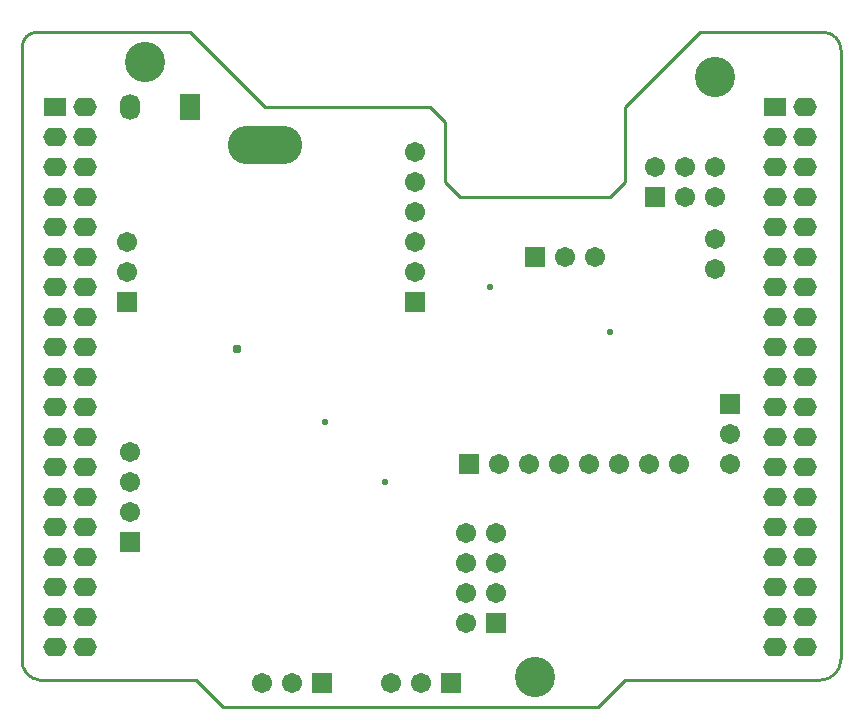
<source format=gts>
G04*
G04 #@! TF.GenerationSoftware,Altium Limited,Altium Designer,20.0.2 (26)*
G04*
G04 Layer_Color=8388736*
%FSLAX24Y24*%
%MOIN*%
G70*
G01*
G75*
%ADD12C,0.0100*%
%ADD14O,0.2480X0.1280*%
%ADD15C,0.0671*%
%ADD16R,0.0671X0.0671*%
%ADD17O,0.0780X0.0630*%
%ADD18R,0.0780X0.0630*%
%ADD19O,0.0680X0.0867*%
%ADD20R,0.0680X0.0867*%
%ADD21R,0.0671X0.0671*%
%ADD22C,0.1340*%
%ADD23C,0.0230*%
%ADD24C,0.0310*%
G36*
X12000Y21000D02*
D01*
D02*
G37*
D12*
X25200Y19900D02*
G03*
X24600Y20500I-600J0D01*
G01*
X-2100Y-400D02*
G03*
X-1500Y-1100I650J-50D01*
G01*
X-1600Y20500D02*
G03*
X-2100Y20000I0J-500D01*
G01*
X24500Y-1100D02*
G03*
X25200Y-400I0J700D01*
G01*
X-1600Y20500D02*
X3500D01*
X20500D02*
X24600D01*
X11500Y18000D02*
X12000Y17500D01*
X6000Y18000D02*
X11500D01*
X12000Y15500D02*
Y17500D01*
X3500Y20500D02*
X6000Y18000D01*
X12000Y15500D02*
X12500Y15000D01*
X17500D01*
X18000Y15500D01*
Y18000D01*
X20500Y20500D01*
X3700Y-1100D02*
X4600Y-2000D01*
X18000Y-1100D02*
X24500D01*
X17100Y-2000D02*
X18000Y-1100D01*
X-1500Y-1100D02*
X3700D01*
X25200Y19900D02*
X25200Y-400D01*
X-2100D02*
X-2100Y20000D01*
X4600Y-2000D02*
X17100D01*
D14*
X6000Y16750D02*
D03*
D15*
X21000Y12600D02*
D03*
Y13600D02*
D03*
X16000Y13000D02*
D03*
X17000D02*
D03*
X19800Y6100D02*
D03*
X18800D02*
D03*
X17800D02*
D03*
X16800D02*
D03*
X15800D02*
D03*
X14800D02*
D03*
X13800D02*
D03*
X21000Y16000D02*
D03*
Y15000D02*
D03*
X20000Y16000D02*
D03*
Y15000D02*
D03*
X19000Y16000D02*
D03*
X11000Y16500D02*
D03*
Y15500D02*
D03*
Y14500D02*
D03*
Y13500D02*
D03*
Y12500D02*
D03*
X1500Y6500D02*
D03*
Y5500D02*
D03*
Y4500D02*
D03*
X12700Y800D02*
D03*
X13700Y1800D02*
D03*
X12700D02*
D03*
X13700Y2800D02*
D03*
X12700D02*
D03*
X13700Y3800D02*
D03*
X12700D02*
D03*
X1400Y13500D02*
D03*
Y12500D02*
D03*
X21500Y6100D02*
D03*
Y7100D02*
D03*
X5900Y-1200D02*
D03*
X6900D02*
D03*
X10200D02*
D03*
X11200D02*
D03*
D16*
X15000Y13000D02*
D03*
X12800Y6100D02*
D03*
X19000Y15000D02*
D03*
X7900Y-1200D02*
D03*
X12200D02*
D03*
D17*
X24000Y18000D02*
D03*
Y6000D02*
D03*
Y7000D02*
D03*
Y8000D02*
D03*
Y10000D02*
D03*
Y11000D02*
D03*
Y12000D02*
D03*
Y13000D02*
D03*
Y14000D02*
D03*
Y15000D02*
D03*
Y2000D02*
D03*
Y0D02*
D03*
Y1000D02*
D03*
Y16000D02*
D03*
Y17000D02*
D03*
Y5000D02*
D03*
Y3000D02*
D03*
Y4000D02*
D03*
Y9000D02*
D03*
X23000D02*
D03*
Y4000D02*
D03*
Y3000D02*
D03*
Y5000D02*
D03*
Y17000D02*
D03*
Y16000D02*
D03*
Y1000D02*
D03*
Y0D02*
D03*
Y2000D02*
D03*
Y15000D02*
D03*
Y14000D02*
D03*
Y13000D02*
D03*
Y12000D02*
D03*
Y11000D02*
D03*
Y10000D02*
D03*
Y8000D02*
D03*
Y7000D02*
D03*
Y6000D02*
D03*
X0Y18000D02*
D03*
Y6000D02*
D03*
Y7000D02*
D03*
Y8000D02*
D03*
Y10000D02*
D03*
Y11000D02*
D03*
Y12000D02*
D03*
Y13000D02*
D03*
Y14000D02*
D03*
Y15000D02*
D03*
Y2000D02*
D03*
Y0D02*
D03*
Y1000D02*
D03*
Y16000D02*
D03*
Y17000D02*
D03*
Y5000D02*
D03*
Y3000D02*
D03*
Y4000D02*
D03*
Y9000D02*
D03*
X-1000D02*
D03*
Y4000D02*
D03*
Y3000D02*
D03*
Y5000D02*
D03*
Y17000D02*
D03*
Y16000D02*
D03*
Y1000D02*
D03*
Y0D02*
D03*
Y2000D02*
D03*
Y15000D02*
D03*
Y14000D02*
D03*
Y13000D02*
D03*
Y12000D02*
D03*
Y11000D02*
D03*
Y10000D02*
D03*
Y8000D02*
D03*
Y7000D02*
D03*
Y6000D02*
D03*
D18*
X23000Y18000D02*
D03*
X-1000D02*
D03*
D19*
X1500D02*
D03*
D20*
X3500D02*
D03*
D21*
X11000Y11500D02*
D03*
X1500Y3500D02*
D03*
X13700Y800D02*
D03*
X1400Y11500D02*
D03*
X21500Y8100D02*
D03*
D22*
X2000Y19500D02*
D03*
X21000Y19000D02*
D03*
X15000Y-1000D02*
D03*
D23*
X17500Y10500D02*
D03*
X13500Y12000D02*
D03*
X10000Y5500D02*
D03*
X8000Y7500D02*
D03*
D24*
X5050Y9950D02*
D03*
M02*

</source>
